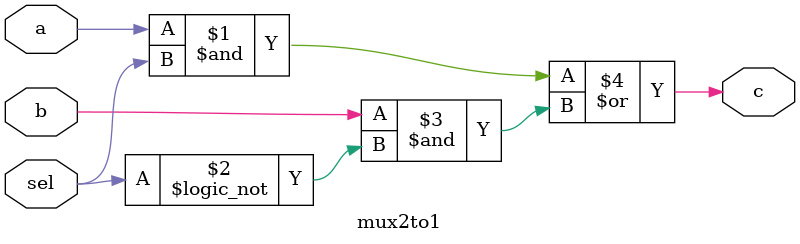
<source format=v>
module mux2to1(a, b, sel, c);

input a, b, sel;
output c;

assign c = (a&sel)|(b&(!sel));

endmodule

</source>
